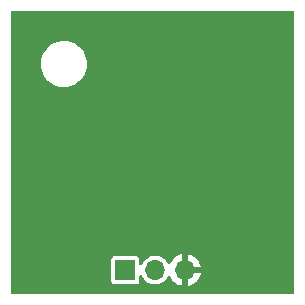
<source format=gbr>
G04 #@! TF.GenerationSoftware,KiCad,Pcbnew,(6.0.6)*
G04 #@! TF.CreationDate,2022-08-12T14:10:59+09:00*
G04 #@! TF.ProjectId,tutorial1,7475746f-7269-4616-9c31-2e6b69636164,1*
G04 #@! TF.SameCoordinates,PX7bfa480PY7bfa480*
G04 #@! TF.FileFunction,Copper,L2,Bot*
G04 #@! TF.FilePolarity,Positive*
%FSLAX46Y46*%
G04 Gerber Fmt 4.6, Leading zero omitted, Abs format (unit mm)*
G04 Created by KiCad (PCBNEW (6.0.6)) date 2022-08-12 14:10:59*
%MOMM*%
%LPD*%
G01*
G04 APERTURE LIST*
G04 #@! TA.AperFunction,ComponentPad*
%ADD10R,1.700000X1.700000*%
G04 #@! TD*
G04 #@! TA.AperFunction,ComponentPad*
%ADD11O,1.700000X1.700000*%
G04 #@! TD*
G04 #@! TA.AperFunction,ViaPad*
%ADD12C,0.605000*%
G04 #@! TD*
G04 APERTURE END LIST*
D10*
X10175000Y2540000D03*
D11*
X12715000Y2540000D03*
X15255000Y2540000D03*
D12*
X3175000Y10795000D03*
X21590000Y20320000D03*
X21590000Y3810000D03*
X21590000Y13970000D03*
X3175000Y3810000D03*
X12065000Y20320000D03*
G04 #@! TA.AperFunction,Conductor*
G36*
X24442121Y24479998D02*
G01*
X24488614Y24426342D01*
X24500000Y24374000D01*
X24500000Y626000D01*
X24479998Y557879D01*
X24426342Y511386D01*
X24374000Y500000D01*
X626000Y500000D01*
X557879Y520002D01*
X511386Y573658D01*
X500000Y626000D01*
X500000Y1656782D01*
X8974500Y1656782D01*
X8975170Y1652232D01*
X8975170Y1652229D01*
X8983216Y1597574D01*
X8984642Y1587888D01*
X9036068Y1483145D01*
X9118650Y1400707D01*
X9128006Y1396134D01*
X9128007Y1396133D01*
X9160460Y1380270D01*
X9223482Y1349464D01*
X9247597Y1345946D01*
X9287256Y1340160D01*
X9287260Y1340160D01*
X9291782Y1339500D01*
X11058218Y1339500D01*
X11062768Y1340170D01*
X11062771Y1340170D01*
X11117426Y1348216D01*
X11117427Y1348216D01*
X11127112Y1349642D01*
X11221804Y1396133D01*
X11222507Y1396478D01*
X11222509Y1396479D01*
X11231855Y1401068D01*
X11314293Y1483650D01*
X11320432Y1496208D01*
X11344965Y1546398D01*
X11365536Y1588482D01*
X11375500Y1656782D01*
X11375500Y2003638D01*
X11395502Y2071759D01*
X11449158Y2118252D01*
X11519432Y2128356D01*
X11584012Y2098862D01*
X11615926Y2056389D01*
X11670883Y1937179D01*
X11798222Y1756998D01*
X11956264Y1603039D01*
X11961060Y1599834D01*
X11961063Y1599832D01*
X12045261Y1543573D01*
X12139717Y1480460D01*
X12145020Y1478182D01*
X12145023Y1478180D01*
X12308221Y1408065D01*
X12342436Y1393365D01*
X12422088Y1375342D01*
X12551995Y1345946D01*
X12552001Y1345945D01*
X12557632Y1344671D01*
X12563403Y1344444D01*
X12563405Y1344444D01*
X12631211Y1341780D01*
X12778098Y1336009D01*
X12900524Y1353760D01*
X12990738Y1366840D01*
X12990743Y1366841D01*
X12996452Y1367669D01*
X13001916Y1369524D01*
X13001921Y1369525D01*
X13199907Y1436732D01*
X13199912Y1436734D01*
X13205379Y1438590D01*
X13397884Y1546398D01*
X13417987Y1563117D01*
X13563086Y1683796D01*
X13567518Y1687482D01*
X13708602Y1857116D01*
X13788020Y1998927D01*
X13838754Y2048586D01*
X13908286Y2062934D01*
X13974537Y2037412D01*
X14014695Y1984762D01*
X14036770Y1930397D01*
X14041413Y1921206D01*
X14152694Y1739612D01*
X14158777Y1731301D01*
X14298213Y1570333D01*
X14305580Y1563117D01*
X14469434Y1427084D01*
X14477881Y1421169D01*
X14661756Y1313721D01*
X14671042Y1309271D01*
X14870001Y1233297D01*
X14879899Y1230421D01*
X14983250Y1209394D01*
X14997299Y1210590D01*
X15001000Y1220935D01*
X15001000Y1221483D01*
X15509000Y1221483D01*
X15513064Y1207641D01*
X15526478Y1205607D01*
X15533184Y1206466D01*
X15543262Y1208608D01*
X15747255Y1269809D01*
X15756842Y1273567D01*
X15948095Y1367261D01*
X15956945Y1372536D01*
X16130328Y1496208D01*
X16138200Y1502861D01*
X16289052Y1653188D01*
X16295730Y1661035D01*
X16420003Y1833980D01*
X16425313Y1842817D01*
X16519670Y2033733D01*
X16523469Y2043328D01*
X16585377Y2247090D01*
X16587555Y2257163D01*
X16588986Y2268038D01*
X16586775Y2282222D01*
X16573617Y2286000D01*
X15527115Y2286000D01*
X15511876Y2281525D01*
X15510671Y2280135D01*
X15509000Y2272452D01*
X15509000Y1221483D01*
X15001000Y1221483D01*
X15001000Y2812115D01*
X15509000Y2812115D01*
X15513475Y2796876D01*
X15514865Y2795671D01*
X15522548Y2794000D01*
X16573344Y2794000D01*
X16586875Y2797973D01*
X16588180Y2807053D01*
X16546214Y2974125D01*
X16542894Y2983876D01*
X16457972Y3179186D01*
X16453105Y3188261D01*
X16337426Y3367074D01*
X16331136Y3375243D01*
X16187806Y3532760D01*
X16180273Y3539785D01*
X16013139Y3671778D01*
X16004552Y3677483D01*
X15818117Y3780401D01*
X15808705Y3784631D01*
X15607959Y3855720D01*
X15597988Y3858354D01*
X15526837Y3871028D01*
X15513540Y3869568D01*
X15509000Y3855011D01*
X15509000Y2812115D01*
X15001000Y2812115D01*
X15001000Y3856898D01*
X14997082Y3870242D01*
X14982806Y3872229D01*
X14944324Y3866340D01*
X14934288Y3863949D01*
X14731868Y3797788D01*
X14722359Y3793791D01*
X14533463Y3695458D01*
X14524738Y3689964D01*
X14354433Y3562095D01*
X14346726Y3555252D01*
X14199590Y3401283D01*
X14193104Y3393273D01*
X14073098Y3217351D01*
X14068000Y3208377D01*
X14012066Y3087878D01*
X13965242Y3034511D01*
X13896998Y3014930D01*
X13829003Y3035354D01*
X13784773Y3085199D01*
X13764324Y3126665D01*
X13745535Y3164767D01*
X13745532Y3164771D01*
X13742980Y3169947D01*
X13610967Y3346733D01*
X13513586Y3436751D01*
X13453189Y3492582D01*
X13453186Y3492584D01*
X13448949Y3496501D01*
X13262350Y3614236D01*
X13057421Y3695994D01*
X13051761Y3697120D01*
X13051757Y3697121D01*
X12846691Y3737911D01*
X12846688Y3737911D01*
X12841024Y3739038D01*
X12835249Y3739114D01*
X12835245Y3739114D01*
X12724504Y3740563D01*
X12620406Y3741926D01*
X12614709Y3740947D01*
X12614708Y3740947D01*
X12408654Y3705541D01*
X12408653Y3705541D01*
X12402957Y3704562D01*
X12195957Y3628196D01*
X12190996Y3625244D01*
X12190995Y3625244D01*
X12073350Y3555252D01*
X12006341Y3515386D01*
X11840457Y3369910D01*
X11703863Y3196640D01*
X11687094Y3164767D01*
X11613008Y3023954D01*
X11563589Y2972982D01*
X11494456Y2956819D01*
X11427560Y2980598D01*
X11384140Y3036769D01*
X11375500Y3082622D01*
X11375500Y3423218D01*
X11366871Y3481838D01*
X11366784Y3482426D01*
X11366784Y3482427D01*
X11365358Y3492112D01*
X11313932Y3596855D01*
X11231350Y3679293D01*
X11209520Y3689964D01*
X11177652Y3705541D01*
X11126518Y3730536D01*
X11096027Y3734984D01*
X11062744Y3739840D01*
X11062740Y3739840D01*
X11058218Y3740500D01*
X9291782Y3740500D01*
X9287232Y3739830D01*
X9287229Y3739830D01*
X9232574Y3731784D01*
X9232573Y3731784D01*
X9222888Y3730358D01*
X9172992Y3705860D01*
X9127493Y3683522D01*
X9127491Y3683521D01*
X9118145Y3678932D01*
X9035707Y3596350D01*
X8984464Y3491518D01*
X8974500Y3423218D01*
X8974500Y1656782D01*
X500000Y1656782D01*
X500000Y20030715D01*
X3044759Y20030715D01*
X3045003Y20026280D01*
X3045003Y20026276D01*
X3048384Y19964853D01*
X3059938Y19754913D01*
X3113825Y19484001D01*
X3205347Y19223384D01*
X3332678Y18978263D01*
X3335261Y18974648D01*
X3335265Y18974642D01*
X3372272Y18922856D01*
X3493275Y18753529D01*
X3683936Y18553665D01*
X3687431Y18550909D01*
X3687433Y18550908D01*
X3735469Y18513040D01*
X3900856Y18382659D01*
X3962559Y18346819D01*
X4135853Y18246161D01*
X4135859Y18246158D01*
X4139707Y18243923D01*
X4395723Y18140226D01*
X4400036Y18139155D01*
X4400041Y18139153D01*
X4659475Y18074709D01*
X4659480Y18074708D01*
X4663796Y18073636D01*
X4668224Y18073182D01*
X4668226Y18073182D01*
X4743339Y18065486D01*
X4899370Y18049500D01*
X5070362Y18049500D01*
X5275530Y18064027D01*
X5279885Y18064965D01*
X5279888Y18064965D01*
X5541215Y18121227D01*
X5541217Y18121227D01*
X5545562Y18122163D01*
X5804709Y18217767D01*
X5853185Y18243923D01*
X6043884Y18346819D01*
X6047800Y18348932D01*
X6269984Y18513040D01*
X6466829Y18706817D01*
X6634406Y18926396D01*
X6769373Y19167396D01*
X6869036Y19425009D01*
X6931407Y19694095D01*
X6955241Y19969285D01*
X6954997Y19973724D01*
X6940307Y20240644D01*
X6940306Y20240651D01*
X6940062Y20245087D01*
X6886175Y20515999D01*
X6794653Y20776616D01*
X6667322Y21021737D01*
X6664739Y21025352D01*
X6664735Y21025358D01*
X6509313Y21242850D01*
X6509310Y21242854D01*
X6506725Y21246471D01*
X6316064Y21446335D01*
X6312567Y21449092D01*
X6102639Y21614586D01*
X6102637Y21614587D01*
X6099144Y21617341D01*
X5986609Y21682706D01*
X5864147Y21753839D01*
X5864141Y21753842D01*
X5860293Y21756077D01*
X5604277Y21859774D01*
X5599964Y21860845D01*
X5599959Y21860847D01*
X5340525Y21925291D01*
X5340520Y21925292D01*
X5336204Y21926364D01*
X5331776Y21926818D01*
X5331774Y21926818D01*
X5251573Y21935035D01*
X5100630Y21950500D01*
X4929638Y21950500D01*
X4724470Y21935973D01*
X4720115Y21935035D01*
X4720112Y21935035D01*
X4458785Y21878773D01*
X4458783Y21878773D01*
X4454438Y21877837D01*
X4195291Y21782233D01*
X4191373Y21780119D01*
X4142668Y21753839D01*
X3952200Y21651068D01*
X3730016Y21486960D01*
X3533171Y21293183D01*
X3365594Y21073604D01*
X3230627Y20832604D01*
X3130964Y20574991D01*
X3068593Y20305905D01*
X3044759Y20030715D01*
X500000Y20030715D01*
X500000Y24374000D01*
X520002Y24442121D01*
X573658Y24488614D01*
X626000Y24500000D01*
X24374000Y24500000D01*
X24442121Y24479998D01*
G37*
G04 #@! TD.AperFunction*
M02*

</source>
